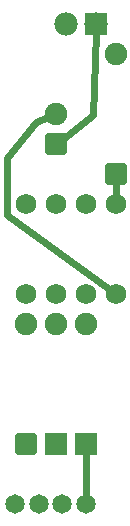
<source format=gbl>
G04 MADE WITH FRITZING*
G04 WWW.FRITZING.ORG*
G04 DOUBLE SIDED*
G04 HOLES PLATED*
G04 CONTOUR ON CENTER OF CONTOUR VECTOR*
%ASAXBY*%
%FSLAX23Y23*%
%MOIN*%
%OFA0B0*%
%SFA1.0B1.0*%
%ADD10C,0.075000*%
%ADD11C,0.065000*%
%ADD12C,0.078000*%
%ADD13C,0.068000*%
%ADD14R,0.075000X0.075000*%
%ADD15R,0.078000X0.078000*%
%ADD16C,0.024000*%
%ADD17C,0.020000*%
%LNCOPPER0*%
G90*
G70*
G54D10*
X271Y1476D03*
X271Y1576D03*
G54D11*
X135Y276D03*
X214Y276D03*
X292Y276D03*
X371Y276D03*
G54D10*
X471Y1376D03*
X471Y1776D03*
X371Y476D03*
X371Y876D03*
X171Y476D03*
X171Y876D03*
X271Y476D03*
X271Y876D03*
G54D12*
X407Y1876D03*
X307Y1876D03*
G54D13*
X471Y1276D03*
X371Y1276D03*
X271Y1276D03*
X171Y1276D03*
X171Y976D03*
X271Y976D03*
X371Y976D03*
X471Y976D03*
G54D14*
X371Y476D03*
X271Y476D03*
G54D15*
X407Y1876D03*
G54D16*
X371Y300D02*
X371Y447D01*
D02*
X471Y1347D02*
X471Y1303D01*
D02*
X449Y992D02*
X108Y1237D01*
X108Y1237D02*
X108Y1429D01*
X108Y1429D02*
X204Y1549D01*
X204Y1549D02*
X245Y1565D01*
D02*
X406Y1846D02*
X396Y1573D01*
X396Y1573D02*
X294Y1493D01*
G54D17*
X244Y1503D02*
X299Y1503D01*
X299Y1448D01*
X244Y1448D01*
X244Y1503D01*
D02*
X444Y1403D02*
X499Y1403D01*
X499Y1348D01*
X444Y1348D01*
X444Y1403D01*
D02*
X144Y503D02*
X199Y503D01*
X199Y448D01*
X144Y448D01*
X144Y503D01*
D02*
G04 End of Copper0*
M02*
</source>
